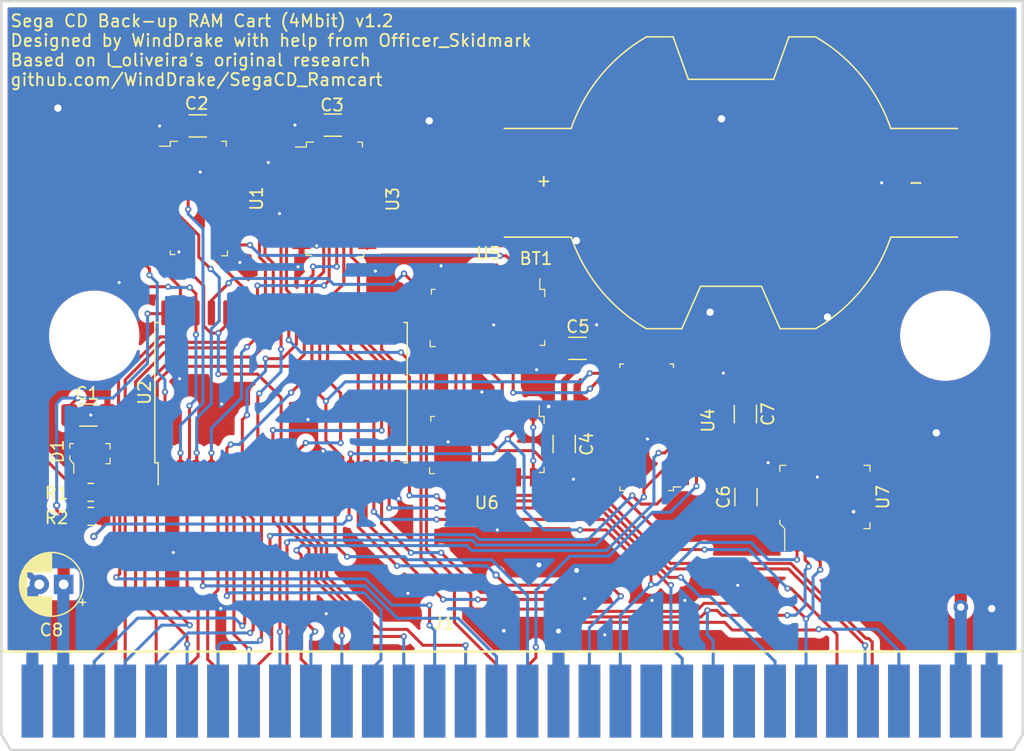
<source format=kicad_pcb>
(kicad_pcb
	(version 20240108)
	(generator "pcbnew")
	(generator_version "8.0")
	(general
		(thickness 1.6)
		(legacy_teardrops no)
	)
	(paper "A4")
	(layers
		(0 "F.Cu" signal)
		(31 "B.Cu" signal)
		(32 "B.Adhes" user "B.Adhesive")
		(33 "F.Adhes" user "F.Adhesive")
		(34 "B.Paste" user)
		(35 "F.Paste" user)
		(36 "B.SilkS" user "B.Silkscreen")
		(37 "F.SilkS" user "F.Silkscreen")
		(38 "B.Mask" user)
		(39 "F.Mask" user)
		(40 "Dwgs.User" user "User.Drawings")
		(41 "Cmts.User" user "User.Comments")
		(42 "Eco1.User" user "User.Eco1")
		(43 "Eco2.User" user "User.Eco2")
		(44 "Edge.Cuts" user)
		(45 "Margin" user)
		(46 "B.CrtYd" user "B.Courtyard")
		(47 "F.CrtYd" user "F.Courtyard")
		(48 "B.Fab" user)
		(49 "F.Fab" user)
	)
	(setup
		(pad_to_mask_clearance 0)
		(allow_soldermask_bridges_in_footprints no)
		(pcbplotparams
			(layerselection 0x00010fc_ffffffff)
			(plot_on_all_layers_selection 0x0000000_00000000)
			(disableapertmacros no)
			(usegerberextensions yes)
			(usegerberattributes no)
			(usegerberadvancedattributes no)
			(creategerberjobfile no)
			(dashed_line_dash_ratio 12.000000)
			(dashed_line_gap_ratio 3.000000)
			(svgprecision 6)
			(plotframeref no)
			(viasonmask no)
			(mode 1)
			(useauxorigin no)
			(hpglpennumber 1)
			(hpglpenspeed 20)
			(hpglpendiameter 15.000000)
			(pdf_front_fp_property_popups yes)
			(pdf_back_fp_property_popups yes)
			(dxfpolygonmode yes)
			(dxfimperialunits yes)
			(dxfusepcbnewfont yes)
			(psnegative no)
			(psa4output no)
			(plotreference yes)
			(plotvalue no)
			(plotfptext yes)
			(plotinvisibletext no)
			(sketchpadsonfab no)
			(subtractmaskfromsilk yes)
			(outputformat 1)
			(mirror no)
			(drillshape 0)
			(scaleselection 1)
			(outputdirectory "Gerbers/")
		)
	)
	(net 0 "")
	(net 1 "Net-(BT1-PadP)")
	(net 2 "GND")
	(net 3 "VBUS")
	(net 4 "+5V")
	(net 5 "/CAS_0")
	(net 6 "unconnected-(J1-PadB32)")
	(net 7 "unconnected-(J1-PadB31)")
	(net 8 "unconnected-(J1-PadB30)")
	(net 9 "/LWR")
	(net 10 "/VRES")
	(net 11 "unconnected-(J1-PadB29)")
	(net 12 "unconnected-(J1-PadB26)")
	(net 13 "/D3")
	(net 14 "unconnected-(J1-PadB25)")
	(net 15 "unconnected-(J1-PadB24)")
	(net 16 "unconnected-(J1-PadB23)")
	(net 17 "unconnected-(J1-PadB22)")
	(net 18 "unconnected-(J1-PadB21)")
	(net 19 "unconnected-(J1-PadB20)")
	(net 20 "/CEO")
	(net 21 "unconnected-(J1-PadB19)")
	(net 22 "unconnected-(J1-PadB18)")
	(net 23 "unconnected-(J1-PadB15)")
	(net 24 "unconnected-(J1-PadB14)")
	(net 25 "unconnected-(J1-PadB13)")
	(net 26 "/A22")
	(net 27 "/A21")
	(net 28 "/A20")
	(net 29 "/A19")
	(net 30 "/A18")
	(net 31 "/A10")
	(net 32 "/A9")
	(net 33 "unconnected-(J1-PadB12)")
	(net 34 "unconnected-(J1-PadB11)")
	(net 35 "unconnected-(J1-PadB3)")
	(net 36 "unconnected-(J1-PadB2)")
	(net 37 "/D4")
	(net 38 "unconnected-(J1-PadB1)")
	(net 39 "/D2")
	(net 40 "/D5")
	(net 41 "unconnected-(J1-PadA30)")
	(net 42 "/D1")
	(net 43 "/D6")
	(net 44 "unconnected-(J1-PadA27)")
	(net 45 "/D0")
	(net 46 "/D7")
	(net 47 "/A1")
	(net 48 "/A17")
	(net 49 "/A2")
	(net 50 "/A16")
	(net 51 "/A3")
	(net 52 "/A15")
	(net 53 "/A4")
	(net 54 "/A14")
	(net 55 "/A5")
	(net 56 "/A13")
	(net 57 "/A6")
	(net 58 "/A12")
	(net 59 "/A7")
	(net 60 "/A11")
	(net 61 "/A8")
	(net 62 "unconnected-(J1-PadA24)")
	(net 63 "Net-(U1-Pad8)")
	(net 64 "/SRAM_WE")
	(net 65 "/SRCE")
	(net 66 "Net-(U3-Pad8)")
	(net 67 "unconnected-(J1-PadA21)")
	(net 68 "unconnected-(U4-Pad15)")
	(net 69 "unconnected-(U4-Pad14)")
	(net 70 "/TREN")
	(net 71 "unconnected-(U4-Pad13)")
	(net 72 "Net-(U4-Pad7)")
	(net 73 "Net-(U5-Pad9)")
	(net 74 "/SRWE")
	(net 75 "Net-(U5-Pad3)")
	(net 76 "unconnected-(U4-Pad12)")
	(net 77 "unconnected-(U4-Pad10)")
	(net 78 "unconnected-(U5-Pad11)")
	(net 79 "unconnected-(U6-Pad9)")
	(net 80 "Net-(D1-Pad1)")
	(net 81 "unconnected-(U6-Pad8)")
	(net 82 "unconnected-(U6-Pad5)")
	(footprint "Sega CD RAM Cart:Genesis_Card_Edge" (layer "F.Cu") (at 84.4931 164.7317))
	(footprint "Capacitor_SMD:C_1206_3216Metric_Pad1.33x1.80mm_HandSolder" (layer "F.Cu") (at 110.0455 114.427 180))
	(footprint "Capacitor_SMD:C_1206_3216Metric_Pad1.33x1.80mm_HandSolder" (layer "F.Cu") (at 129.032 140.614 -90))
	(footprint "Capacitor_SMD:C_1206_3216Metric_Pad1.33x1.80mm_HandSolder" (layer "F.Cu") (at 130.13222 132.76072))
	(footprint "Capacitor_THT:CP_Radial_D5.0mm_P2.00mm" (layer "F.Cu") (at 87.9475 152.146 180))
	(footprint "Resistor_SMD:R_0805_2012Metric_Pad1.20x1.40mm_HandSolder" (layer "F.Cu") (at 90.17 144.5895 180))
	(footprint "digikey-footprints:SSOP-20_W5.3mm" (layer "F.Cu") (at 150.4315 144.9705))
	(footprint "Capacitor_SMD:C_1206_3216Metric_Pad1.33x1.80mm_HandSolder" (layer "F.Cu") (at 143.9545 144.9705 90))
	(footprint "digikey-footprints:SOIC-14_W3.9mm" (layer "F.Cu") (at 122.7369 130.2169 180))
	(footprint "digikey-footprints:SOIC-14_W3.9mm" (layer "F.Cu") (at 122.682 140.6525 180))
	(footprint "digikey-footprints:SOT-23-3" (layer "F.Cu") (at 90.1065 141.4145 90))
	(footprint "digikey-footprints:SOIC-16_W3.90mm" (layer "F.Cu") (at 135.8011 139.2428 90))
	(footprint "Package_SO:SSOP-32_11.305x20.495mm_P1.27mm" (layer "F.Cu") (at 105.791 136.398 90))
	(footprint "Capacitor_SMD:C_1206_3216Metric_Pad1.33x1.80mm_HandSolder" (layer "F.Cu") (at 89.9795 138.2395 180))
	(footprint "digikey-footprints:SOIC-14_W3.9mm" (layer "F.Cu") (at 98.9965 120.4595 -90))
	(footprint "digikey-footprints:SOIC-14_W3.9mm" (layer "F.Cu") (at 110.1725 120.523 -90))
	(footprint "Capacitor_SMD:C_1206_3216Metric_Pad1.33x1.80mm_HandSolder" (layer "F.Cu") (at 98.958 114.4905 180))
	(footprint "Sega CD RAM Cart:MountingHole_6.2mm" (layer "F.Cu") (at 90.4611 131.7197))
	(footprint "Sega CD RAM Cart:MountingHole_6.2mm" (layer "F.Cu") (at 160.3111 131.7197))
	(footprint "Capacitor_SMD:C_1206_3216Metric_Pad1.33x1.80mm_HandSolder" (layer "F.Cu") (at 143.9037 138.1637 -90))
	(footprint "BU2450SM:BAT_BU2450SM-JJ-G" (layer "F.Cu") (at 142.7226 119.1641 180))
	(footprint "Resistor_SMD:R_0805_2012Metric_Pad1.20x1.40mm_HandSolder" (layer "F.Cu") (at 90.17 146.558))
	(gr_line
		(start 82.8248 157.6604)
		(end 166.6748 157.6604)
		(stroke
			(width 0.2)
			(type solid)
		)
		(layer "F.SilkS")
		(uuid "e48d619a-e38f-4825-9d22-87e3b38d9c99")
	)
	(gr_circle
		(center 160.3111 131.7197)
		(end 163.4226 131.7197)
		(stroke
			(width 0.2)
			(type solid)
		)
		(fill none)
		(layer "Dwgs.User")
		(uuid "00000000-0000-0000-0000-0000611ecb3c")
	)
	(gr_circle
		(center 90.4611 131.7197)
		(end 93.572599 131.7197)
		(stroke
			(width 0.2)
			(type solid)
		)
		(fill none)
		(layer "Dwgs.User")
		(uuid "31fb150b-1634-44a3-bbf0-4f27407886b5")
	)
	(gr_line
		(start 166.6611 104.25)
		(end 82.8411 104.25)
		(stroke
			(width 0.2)
			(type solid)
		)
		(layer "Edge.Cuts")
		(uuid "00000000-0000-0000-0000-0000611e8176")
	)
	(gr_line
		(start 82.8411 104.25)
		(end 82.8411 164.4857)
		(stroke
			(width 0.2)
			(type solid)
		)
		(layer "Edge.Cuts")
		(uuid "07ea9fe0-fccf-4161-ae79-4bb53994d273")
	)
	(gr_line
		(start 83.6031 165.7557)
		(end 165.8991 165.7557)
		(stroke
			(width 0.2)
			(type solid)
		)
		(layer "Edge.Cuts")
		(uuid "15849db9-220e-4afd-b7a0-07e5cbc925e5")
	)
	(gr_line
		(start 82.8411 164.4857)
		(end 83.6031 165.7557)
		(stroke
			(width 0.2)
			(type solid)
		)
		(layer "Edge.Cuts")
		(uuid "34f494d3-f727-4e92-b04b-bb02d398ea06")
	)
	(gr_line
		(start 166.6611 164.4857)
		(end 166.6611 104.25)
		(stroke
			(width 0.2)
			(type solid)
		)
		(layer "Edge.Cuts")
		(uuid "c0cb9ac4-a13f-4ce2-8aea-f334c934d5b3")
	)
	(gr_line
		(start 165.8991 165.7557)
		(end 166.6611 164.4857)
		(stroke
			(width 0.2)
			(type solid)
		)
		(layer "Edge.Cuts")
		(uuid "e2438ac6-18fb-4b36-bec6-4ea332ad0f99")
	)
	(gr_text "Sega CD Back-up RAM Cart (4Mbit) v1.2\nDesigned by WindDrake with help from Officer_Skidmark\nBased on l_oliveira's original research\ngithub.com/WindDrake/SegaCD_Ramcart"
		(at 83.4898 108.2802 0)
		(layer "F.SilkS")
		(uuid "e37b0ec1-e6e0-41cc-abe1-ad47cc32e2d2")
		(effects
			(font
				(size 1 1)
				(thickness 0.15)
			)
			(justify left)
		)
	)
	(segment
		(start 154.289 131.2705)
		(end 154.305 131.2545)
		(width 0.25)
		(layer "F.Cu")
		(net 0)
		(uuid "e59d4447-9c6c-4094-a5a3-603fca57ff44")
	)
	(segment
		(start 86.106 128.2065)
		(end 87.249 127.0635)
		(width 0.25)
		(layer "F.Cu")
		(net 1)
		(uuid "2733a655-db42-498b-a705-184e4fe256a3")
	)
	(segment
		(start 108.482501 116.112999)
		(end 109.682503 117.313001)
		(width 0.25)
		(layer "F.Cu")
		(net 1)
		(uuid "29ec1054-96e5-4371-8fe7-f31c027b27f9")
	)
	(segment
		(start 89.17 144.5895)
		(end 86.106 141.5255)
		(width 0.25)
		(layer "F.Cu")
		(net 1)
		(uuid "393f0e56-c2d5-4ea4-8463-50265bc94d2d")
	)
	(segment
		(start 92.837 118.1735)
		(end 94.961001 116.049499)
		(width 0.25)
		(layer "F.Cu")
		(net 1)
		(uuid "3b6b0ef8-cb49-4806-a385-9d93130ffdc0")
	)
	(segment
		(start 98.506503 117.249501)
		(end 102.906499 117.249501)
		(width 0.25)
		(layer "F.Cu")
		(net 1)
		(uuid "5006a2d1-be56-41dc-888f-67fb86bea03b")
	)
	(segment
		(start 123.6726 119.1641)
		(end 119.7356 119.1641)
		(width 0.25)
		(layer "F.Cu")
		(net 1)
		(uuid "5e066231-f8d2-43bf-bff3-80c6fb0c9c86")
	)
	(segment
		(start 109.682503 117.313001)
		(end 117.884501 117.313001)
		(width 0.25)
		(layer "F.Cu")
		(net 1)
		(uuid "61dc775a-14c7-4cce-be48-c5d6e8045697")
	)
	(segment
		(start 86.106 141.5255)
		(end 86.106 128.2065)
		(width 0.25)
		(layer "F.Cu")
		(net 1)
		(uuid "6f9f8538-0b96-4eb3-a978-1c7439c0e8bf")
	)
	(segment
		(start 97.306501 116.049499)
		(end 98.506503 117.249501)
		(width 0.25)
		(layer "F.Cu")
		(net 1)
		(uuid "838ac53b-3ec1-4b97-9af6-c64a64ade18e")
	)
	(segment
		(start 94.961001 116.049499)
		(end 97.306501 116.049499)
		(width 0.25)
		(layer "F.Cu")
		(net 1)
		(uuid "b7d17bac-1e38-46d5-a98a-e0926b878e04")
	)
	(segment
		(start 90.7415 127.0635)
		(end 92.837 124.968)
		(width 0.25)
		(layer "F.Cu")
		(net 1)
		(uuid "b908b981-26a7-43ab-bb19-96137e6f2a5a")
	)
	(segment
		(start 119.7356 119.1641)
		(end 117.884501 117.313001)
		(width 0.25)
		(layer "F.Cu")
		(net 1)
		(uuid "bc234a96-8e81-44f9-b2e6-4514c92af46f")
	)
	(segment
		(start 104.043001 116.112999)
		(end 108.482501 116.112999)
		(width 0.25)
		(layer "F.Cu")
		(net 1)
		(uuid "caaf1f33-3031-4927-a17d-4cf530ad7fd5")
	)
	(segment
		(start 87.249 127.0635)
		(end 90.7415 127.0635)
		(width 0.25)
		(layer "F.Cu")
		(net 1)
		(uuid "cb65e3b7-af7c-4e91-bec7-ee202fea2815")
	)
	(segment
		(start 92.837 124.968)
		(end 92.837 118.1735)
		(width 0.25)
		(layer "F.Cu")
		(net 1)
		(uuid "d05ca12a-32d4-4c55-95ec-69bfada58ba7")
	)
	(segment
		(start 102.906499 117.249501)
		(end 104.043001 116.112999)
		(width 0.25)
		(layer "F.Cu")
		(net 1)
		(uuid "d2551b77-8cbc-4e7a-af3b-fc16fb61dc91")
	)
	(segment
		(start 90.17 138.2395)
		(end 90.17 138.2395)
		(width 0.25)
		(layer "F.Cu")
		(net 2)
		(uuid "00000000-0000-0000-0000-0000611f9f49")
	)
	(segment
		(start 149.8092 143.3322)
		(end 150.3934 143.3322)
		(width 0.25)
		(layer "F.Cu")
		(net 2)
		(uuid "00000000-0000-0000-0000-0000611fb30f")
	)
	(segment
		(start 142.1003 134.7978)
		(end 138.5011 134.7978)
		(width 0.25)
		(layer "F.Cu")
		(net 2)
		(uuid "00000000-0000-0000-0000-0000611fb8f2")
	)
	(segment
		(start 155.0924 119.1641)
		(end 155.0924 119.1641)
		(width 0.25)
		(layer "F.Cu")
		(net 2)
		(uuid "00000000-0000-0000-0000-0000611fbf63")
	)
	(segment
		(start 118.9269 125.9926)
		(end 118.9269 125.9926)
		(width 0.25)
		(layer "F.Cu")
		(net 2)
		(uuid "00000000-0000-0000-0000-0000611fe05f")
	)
	(segment
		(start 129.794 143.51)
		(end 129.794 143.51)
		(width 0.25)
		(layer "F.Cu")
		(net 2)
		(uuid "00000000-0000-0000-0000-0000611fe0a2")
	)
	(segment
		(start 131.69472 130.83112)
		(end 131.69472 130.83112)
		(width 0.25)
		(layer "F.Cu")
		(net 2)
		(uuid "00000000-0000-0000-0000-0000611ff9c4")
	)
	(segment
		(start 119.50155 140.44205)
		(end 118.872 139.8125)
		(width 0.25)
		(layer "F.Cu")
		(net 2)
		(uuid "00000000-0000-0000-0000-000061205616")
	)
	(segment
		(start 151.4065 141.3705)
		(end 152.0565 141.3705)
		(width 0.25)
		(layer "F.Cu")
		(net 2)
		(uuid "03de85dc-b128-49ac-8b1c-15f0b91dca0a")
	)
	(segment
		(start 147.5065 148.5705)
		(end 145.992 148.5705)
		(width 0.25)
		(layer "F.Cu")
		(net 2)
		(uuid "05a3fd88-c58e-4323-96ff-70847ec682b8")
	)
	(segment
		(start 142.1003 134.7978)
		(end 142.1003 134.7978)
		(width 0.25)
		(layer "F.Cu")
		(net 2)
		(uuid "0a2b5435-df6f-448f-96cd-9db62b5b9e70")
	)
	(segment
		(start 153.3565 146.7525)
		(end 152.781 146.177)
		(width 0.25)
		(layer "F.Cu")
		(net 2)
		(uuid "134ebdd2-d265-4b1a-8213-3e042a51f566")
	)
	(segment
		(start 124.0069 131.6015)
		(end 123.2408 130.8354)
		(width 0.25)
		(layer "F.Cu")
		(net 2)
		(uuid "15b3207d-6547-4224-a45d-823705a30761")
	)
	(segment
		(start 118.9269 127.5169)
		(end 118.9269 125.9926)
		(width 0.25)
		(layer "F.Cu")
		(net 2)
		(uuid "199f157d-6f84-41da-be4c-6e21ffdc4f00")
	)
	(segment
		(start 150.7109 143.0147)
		(end 150.7109 141.4161)
		(width 0.25)
		(layer "F.Cu")
		(net 2)
		(uuid "2621aeaa-9788-4950-9c8a-57743e174960")
	)
	(segment
		(start 148.8065 142.9137)
		(end 149.225 143.3322)
		(width 0.25)
		(layer "F.Cu")
		(net 2)
		(uuid "26c50088-80ff-43fa-a13b-801600e7555b")
	)
	(segment
		(start 152.781 146.177)
		(end 148.775 146.177)
		(width 0.25)
		(layer "F.Cu")
		(net 2)
		(uuid "32f61989-73fd-4834-bc42-216f4a71d9ad")
	)
	(segment
		(start 129.032 142.748)
		(end 129.794 143.51)
		(width 0.25)
		(layer "F.Cu")
		(net 2)
		(uuid "33112a1f-3ef4-4453-945b-eafb5950befb")
	)
	(segment
		(start 150.7565 148.5705)
		(end 151.4065 148.5705)
		(width 0.25)
		(layer "F.Cu")
		(net 2)
		(uuid "35318ab5-9d7c-4bdd-a72a-c62185738587")
	)
	(segment
		(start 150.1065 148.5705)
		(end 150.7565 148.5705)
		(width 0.25)
		(layer "F.Cu")
		(net 2)
		(uuid "39d4d534-3997-4fb4-b0b6-d0e644ff29b2")
	)
	(segment
		(start 147.5065 147.4455)
		(end 147.5065 148.5705)
		(width 0.25)
		(layer "F.Cu")
		(net 2)
		(uuid "46988679-cc79-4024-bbc1-b1f167609765")
	)
	(segment
		(start 153.3565 148.5705)
		(end 153.3565 146.7525)
		(width 0.25)
		(layer "F.Cu")
		(net 2)
		(uuid "48c77641-1046-44b0-bae8-52da953ea633")
	)
	(segment
		(start 118.872 139.8125)
		(end 118.872 137.9525)
		(width 0.25)
		(layer "F.Cu")
		(net 2)
		(uuid "51153875-01b9-46f2-8b14-6306c8586588")
	)
	(segment
		(start 143.9037 136.6012)
		(end 142.1003 134.7978)
		(width 0.25)
		(layer "F.Cu")
		(net 2)
		(uuid "55b6b040-a746-4424-a5b4-1f45a1d15120")
	)
	(segment
		(start 107.4725 124.333)
		(end 108.712 124.333)
		(width 0.25)
		(layer "F.Cu")
		(net 2)
		(uuid "57f6b820-62fa-4d98-887a-d2a380a76964")
	)
	(segment
		(start 131.69472 132.76072)
		(end 131.69472 130.83112)
		(width 0.25)
		(layer "F.Cu")
		(net 2)
		(uuid "5821604d-5ceb-420a-b7e4-ba8f3233a4b7")
	)
	(segment
		(start 152.0565 141.3705)
		(end 152.7065 141.3705)
		(width 0.25)
		(layer "F.Cu")
		(net 2)
		(uuid "5af0907a-cc5c-4a2d-827a-e091ca759470")
	)
	(segment
		(start 121.412 142.3525)
		(end 119.50155 140.44205)
		(width 0.25)
		(layer "F.Cu")
		(net 2)
		(uuid "622fea85-fc3a-49dd-a4af-3bfd36c6693d")
	)
	(segment
		(start 150.7565 141.3705)
		(end 151.4065 141.3705)
		(width 0.25)
		(layer "F.Cu")
		(net 2)
		(uuid "62a86672-b56e-46bd-bc25-5c0442dd543c")
	)
	(segment
		(start 115.316 142.948)
		(end 115.316 144.9705)
		(width 0.25)
		(layer "F.Cu")
		(net 2)
		(uuid "6640c556-30bc-4fc7-a797-35ec65cf0f77")
	)
	(segment
		(start 91.542 138.2395)
		(end 90.17 138.2395)
		(width 0.25)
		(layer "F.Cu")
		(net 2)
		(uuid "783d99f0-9b1b-482f-8119-337c4a520061")
	)
	(segment
		(start 96.2965 124.2695)
		(end 96.8375 124.2695)
		(width 0.25)
		(layer "F.Cu")
		(net 2)
		(uuid "7f180349-2cf1-4faf-8ede-f82101d0fa01")
	)
	(segment
		(start 152.0565 148.5705)
		(end 152.7065 148.5705)
		(width 0.25)
		(layer "F.Cu")
		(net 2)
		(uuid "8db28752-04fe-4bac-819e-f19842492596")
	)
	(segment
		(start 149.225 143.3322)
		(end 149.8092 143.3322)
		(width 0.25)
		(layer "F.Cu")
		(net 2)
		(uuid "979784e6-6813-4ec3-b827-3fde402e007b")
	)
	(segment
		(start 97.3955 114.4905)
		(end 95.8215 114.4905)
		(width 0.25)
		(layer "F.Cu")
		(net 2)
		(uuid "9bbfc9f6-2a80-4dea-9ff5-2759035e5aa6")
	)
	(segment
		(start 115.316 144.9705)
		(end 115.443 145.0975)
		(width 0.25)
		(layer "F.Cu")
		(net 2)
		(uuid "a18da1d6-412f-494b-867d-28a1d0ab5318")
	)
	(segment
		(start 161.7726 119.1641)
		(end 155.0924 119.1641)
		(width 0.25)
		(layer "F.Cu")
		(net 2)
		(uuid "a3300d9e-5df3-4330-94ad-c751f1cdcdcb")
	)
	(segment
		(start 96.8375 124.2695)
		(end 97.409 124.841)
		(width 0.25)
		(layer "F.Cu")
		(net 2)
		(uuid "abaf0800-b23b-4bb1-9bdf-6551a3604128")
	)
	(segment
		(start 118.872 138.292502)
		(end 118.872 137.9525)
		(width 0.25)
		(layer "F.Cu")
		(net 2)
		(uuid "af4061e0-2fb3-421c-9efe-82e8563650d9")
	)
	(segment
		(start 148.8065 141.3705)
		(end 148.8065 142.9137)
		(width 0.25)
		(layer "F.Cu")
		(net 2)
		(uuid "b4d5ac25-a764-4661-8e59-75c6a5d8b7e8")
	)
	(segment
		(start 152.7065 148.5705)
		(end 153.3565 148.5705)
		(width 0.25)
		(layer "F.Cu")
		(net 2)
		(uuid "ccf8ec35-bf77-4453-a4d1-8a3097a3a3a3")
	)
	(segment
		(start 129.032 142.1765)
		(end 129.032 142.748)
		(width 0.25)
		(layer "F.Cu")
		(net 2)
		(uuid "d8e5be0d-d98f-406a-bb3b-e2b68228703b")
	)
	(segment
		(start 150.7109 141.4161)
		(end 150.7565 141.3705)
		(width 0.25)
		(layer "F.Cu")
		(net 2)
		(uuid "dad8a6e3-ca6f-4733-9963-045950c983e5")
	)
	(segment
		(start 121.412 143.3525)
		(end 121.412 142.3525)
		(width 0.25)
		(layer "F.Cu")
		(net 2)
		(uuid "e65c2eb9-e95a-44ea-ab2b-9e65a76fb5f9")
	)
	(segment
		(start 148.775 146.177)
		(end 147.5065 147.4455)
		(width 0.25)
		(layer "F.Cu")
		(net 2)
		(uuid "e8276875-e9c3-4942-8dc8-97d96e3f05f5")
	)
	(segment
		(start 124.0069 132.9169)
		(end 124.0069 131.6015)
		(width 0.25)
		(layer "F.Cu")
		(net 2)
		(uuid "e8be39d5-6d33-44d1-b22d-658056cfaa92")
	)
	(segment
		(start 145.992 148.5705)
		(end 143.9545 146.533)
		(width 0.25)
		(layer "F.Cu")
		(net 2)
		(uuid "ea399d10-1f30-4eb9-af71-91adeba50151")
	)
	(segment
		(start 150.3934 143.3322)
		(end 150.7109 143.0147)
		(width 0.25)
		(layer "F.Cu")
		(net 2)
		(uuid "edaa690e-7366-4177-92ba-daa3f297ce1e")
	)
	(segment
		(start 151.4065 148.5705)
		(end 152.0565 148.5705)
		(width 0.25)
		(layer "F.Cu")
		(net 2)
		(uuid "ef36da6c-b409-4756-be92-54a96426032e")
	)
	(segment
		(start 152.7065 141.3705)
		(end 153.3565 141.3705)
		(width 0.25)
		(layer "F.Cu")
		(net 2)
		(uuid "fed927fe-eafb-4471-ac5d-756725ea174d")
	)
	(via
		(at 149.8092 143.3322)
		(size 0.51)
		(drill 0.254)
		(layers "F.Cu" "B.Cu")
		(net 2)
		(uuid "00614f02-5f74-445d-b8a3-482b8dcb3aea")
	)
	(via
		(at 99.1616 118.2878)
		(size 0.51)
		(drill 0.254)
		(layers "F.Cu" "B.Cu")
		(net 2)
		(uuid "20a43104-38cb-4a67-8590-5917234169dc")
	)
	(via
		(at 164.1221 154.1399)
		(size 1.2)
		(drill 0.6)
		(layers "F.Cu" "B.Cu")
		(net 2)
		(uuid "25f3023a-0b40-4b57-b672-1aea8836d4eb")
	)
	(via
		(at 126.7714 134.5184)
		(size 0.51)
		(drill 0.254)
		(layers "F.Cu" "B.Cu")
		(net 2)
		(uuid "279cd597-6735-4af4-af86-33cfd2693447")
	)
	(via
		(at 123.2408 130.8354)
		(size 0.51)
		(drill 0.254)
		(layers "F.Cu" "B.Cu")
		(net 2)
		(uuid "29af8fa6-318a-4068-993d-88e7a24f7791")
	)
	(via
		(at 113.538 126.4158)
		(size 0.51)
		(drill 0.254)
		(layers "F.Cu" "B.Cu")
		(net 2)
		(uuid "2bf286a9-8d8a-4f20-af25-6a1b3ef01eaf")
	)
	(via
		(at 122.2756 136.3472)
		(size 0.51)
		(drill 0.254)
		(layers "F.Cu" "B.Cu")
		(net 2)
		(uuid "2e955124-6939-410c-81be-086896fd0cd7")
	)
	(via
		(at 107.188 126.0602)
		(size 0.51)
		(drill 0.254)
		(layers "F.Cu" "B.Cu")
		(net 2)
		(uuid "314fcc6b-e3a4-4081-8c91-6170b707f3b4")
	)
	(via
		(at 135.8646 140.208)
		(size 0.51)
		(drill 0.254)
		(layers "F.Cu" "B.Cu")
		(net 2)
		(uuid "3334571c-c306-4b79-9192-949abe8085c3")
	)
	(via
		(at 127.762 137.541)
		(size 0.6)
		(drill 0.3)
		(layers "F.Cu" "B.Cu")
		(free yes)
		(net 2)
		(uuid "33fa5e7b-b84e-4240-8ac5-df957c50028b")
	)
	(via
		(at 130.7084 153.3144)
		(size 0.51)
		(drill 0.254)
		(layers "F.Cu" "B.Cu")
		(net 2)
		(uuid "3a9c4d0d-b8e3-4e3b-8868-df708ade9fd9")
	)
	(via
		(at 132.3594 156.2862)
		(size 0.51)
		(drill 0.254)
		(layers "F.Cu" "B.Cu")
		(net 2)
		(uuid "3b8985d9-c9ce-4e5c-9b0f-dabde5c52713")
	)
	(via
		(at 131.69472 130.83112)
		(size 0.51)
		(drill 0.254)
		(layers "F.Cu" "B.Cu")
		(net 2)
		(uuid "45d251bd-4b8c-43e0-a1a3-865b3e4a5a83")
	)
	(via
		(at 123.5456 147.6756)
		(size 0.51)
		(drill 0.254)
		(layers "F.Cu" "B.Cu")
		(net 2)
		(uuid "494350ab-d17d-4de3-8b96-f15451154d6a")
	)
	(via
		(at 87.4776 113.03)
		(size 1.2)
		(drill 0.6)
		(layers "F.Cu" "B.Cu")
		(net 2)
		(uuid "49bc590d-585a-47df-bda3-e46f7daa6990")
	)
	(via
		(at 138.938 153.4668)
		(size 0.51)
		(drill 0.254)
		(layers "F.Cu" "B.Cu")
		(net 2)
		(uuid "4b325ae5-e73e-4571-bbb6-af750e7a58b8")
	)
	(via
		(at 126.95936 150.55088)
		(size 0.8)
		(drill 0.4)
		(layers "F.Cu" "B.Cu")
		(net 2)
		(uuid "4d8a27f3-5994-4c02-859b-09c0a8d34a6d")
	)
	(via
		(at 141.9479 113.9063)
		(size 1.2)
		(drill 0.6)
		(layers "F.Cu" "B.Cu")
		(net 2)
		(uuid "4e3d105c-3308-491c-a0aa-594e6247a479")
	)
	(via
		(at 108.712 124.333)
		(size 0.51)
		(drill 0.254)
		(layers "F.Cu" "B.Cu")
		(net 2)
		(uuid "5879090f-e6ed-48e6-a17d-670ffa2c5461")
	)
	(via
		(at 102.4128 125.7046)
		(size 0.51)
		(drill 0.254)
		(layers "F.Cu" "B.Cu")
		(net 2)
		(uuid "5daca09e-60a3-4181-a1f0-19c5300b582a")
	)
	(via
		(at 155.0924 119.1641)
		(size 0.51)
		(drill 0.254)
		(layers "F.Cu" "B.Cu")
		(net 2)
		(uuid "5e3ca9e8-0260-4e6b-9246-fb1c6934f35f")
	)
	(via
		(at 97.409 124.841)
		(size 0.51)
		(drill 0.254)
		(layers "F.Cu" "B.Cu")
		(net 2)
		(uuid "638492c1-39c4-4e69-a3a1-232b324e5b21")
	)
	(via
		(at 106.934 114.427)
		(size 0.51)
		(drill 0.254)
		(layers "F.Cu" "B.Cu")
		(net 2)
		(uuid "649e27c1-a08d-4446-a16b-cdabdc592f17")
	)
	(via
		(at 128.5621 155.9814)
		(size 0.8)
		(drill 0.4)
		(layers "F.Cu" "B.Cu")
		(net 2)
		(uuid "651c91fd-ec54-4600-b738-56cbf235205c")
	)
	(via
		(at 90.17 138.2395)
		(size 0.51)
		(drill 0.254)
		(layers "F.Cu" "B.Cu")
		(net 2)
		(uuid "660190eb-2890-4958-8da2-d63590e8e03c")
	)
	(via
		(at 105.664 121.6914)
		(size 0.51)
		(drill 0.254)
		(layers "F.Cu" "B.Cu")
		(net 2)
		(uuid "70b4eaa4-61ff-4379-b06d-623ca05164b1")
	)
	(via
		(at 96.9518 149.5298)
		(size 0.51)
		(drill 0.254)
		(layers "F.Cu" "B.Cu")
		(net 2)
		(uuid "76bf3f12-008a-4a13-b216-e7dae9728db6")
	)
	(via
		(at 150.6474 130.1877)
		(size 1.2)
		(drill 0.6)
		(layers "F.Cu" "B.Cu")
		(net 2)
		(uuid "77f01482-1a0d-408c-a0b8-f389b6fedc82")
	)
	(via
		(at 117.9576 114.0714)
		(size 1.2)
		(drill 0.6)
		(layers "F.Cu" "B.Cu")
		(net 2)
		(uuid "78aafe37-8da2-4652-8543-18ebef8d21dc")
	)
	(via
		(at 145.7706 142.1638)
		(size 0.51)
		(drill 0.254)
		(layers "F.Cu" "B.Cu")
		(net 2)
		(uuid "7c2c7978-0926-492c-8e3d-93ac33c3f226")
	)
	(via
		(at 115.443 145.0975)
		(size 0.51)
		(drill 0.254)
		(layers "F.Cu" "B.Cu")
		(net 2)
		(uuid "80cb90dd-8449-449f-bec1-5e371021e295")
	)
	(via
		(at 116.205 152.8826)
		(size 0.51)
		(drill 0.254)
		(layers "F.Cu" "B.Cu")
		(net 2)
		(uuid "80cc6be9-668a-4344-9b65-0659b9071698")
	)
	(via
		(at 100.838 154.1272)
		(size 0.51)
		(drill 0.254)
		(layers "F.Cu" "B.Cu")
		(net 2)
		(uuid "878a2718-59d9-4c03-a97a-b08c3d833cb9")
	)
	(via
		(at 136.2456 153.4668)
		(size 0.51)
		(drill 0.254)
		(layers "F.Cu" "B.Cu")
		(net 2)
		(uuid "8e99653b-c67d-4ba5-a650-293257580275")
	)
	(via
		(at 129.794 143.51)
		(size 0.51)
		(drill 0.254)
		(layers "F.Cu" "B.Cu")
		(net 2)
		(uuid "97c50482-6541-4532-8eba-6810ebff5ba3")
	)
	(via
		(at 95.8215 114.4905)
		(size 0.51)
		(drill 0.254)
		(layers "F.Cu" "B.Cu")
		(net 2)
		(uuid "9bf78976-ad42-44da-b016-b92a04213a48")
	)
	(via
		(at 152.781 146.177)
		(size 0.6)
		(drill 0.3)
		(layers "F.Cu" "B.Cu")
		(net 2)
		(uuid "9e494106-9748-4063-aab8-1d81407059de")
	)
	(via
		(at 124.079 155.956)
		(size 0.6)
		(drill 0.3)
		(layers "F.Cu" "B.Cu")
		(free yes)
		(net 2)
		(uuid "a8751d2a-9852-4249-881e-9301a45db454")
	)
	(via
		(at 108.0008 138.6078)
		(size 0.51)
		(drill 0.254)
		(layers "F.Cu" "B.Cu")
		(net 2)
		(uuid "a96d0fd6-c2d2-48a1-b455-757422534d73")
	)
	(via
		(at 97.4598 135.255)
		(size 0.51)
		(drill 0.254)
		(layers "F.Cu" "B.Cu")
		(net 2)
		(uuid "aaf14fa5-bc5e-4b91-b0fb-212df5ce1861")
	)
	(via
		(at 109.2454 141.1986)
		(size 0.51)
		(drill 0.254)
		(layers "F.Cu" "B.Cu")
		(net 2)
		(uuid "adda719e-cc0a-4a85-b429-67f8b39774f5")
	)
	(via
		(at 119.50155 140.44205)
		(size 0.51)
		(drill 0.254)
		(layers "F.Cu" "B.Cu")
		(net 2)
		(uuid "b39d7b4a-582f-449b-82fa-4a80df318fb1")
	)
	(via
		(at 118.9269 125.9926)
		(size 0.51)
		(drill 0.254)
		(layers "F.Cu" "B.Cu")
		(net 2)
		(uuid "ca6bed28-5471-4a76-b6aa-41bb1fbae087")
	)
	(via
		(at 109.4994 154.559)
		(size 0.51)
		(drill 0.254)
		(layers "F.Cu" "B.Cu")
		(net 2)
		(uuid "d0da5fea-7bb8-466a-808d-a285a956d318")
	)
	(via
		(at 141.0081 129.794)
		(size 1.2)
		(drill 0.6)
		(layers "F.Cu" "B.Cu")
		(net 2)
		(uuid "d8f7259d-0682-4c60-95f0-ad48cc844b79")
	)
	(via
		(at 159.5755 139.7)
		(size 1.2)
		(drill 0.6)
		(layers "F.Cu" "B.Cu")
		(net 2)
		(uuid "db84bba8-3ab8-4ee7-bbef-fc720fdb5fb7")
	)
	(via
		(at 130.0353 123.9139)
		(size 1.2)
		(drill 0.6)
		(layers "F.Cu" "B.Cu")
		(net 2)
		(uuid "e01103b1-667c-4bf0-b447-ad1d0f4d8e00")
	)
	(via
		(at 100.9142 137.3378)
		(size 0.51)
		(drill 0.254)
		(layers "F.Cu" "B.Cu")
		(net 2)
		(uuid "e1e9dd9e-df2b-4b75-b02e-38146938802b")
	)
	(via
		(at 142.1003 134.7978)
		(size 0.51)
		(drill 0.254)
		(layers "F.Cu" "B.Cu")
		(net 2)
		(uuid "e4e5efbf-5f6e-47bb-b454-0f7ee3ed75bc")
	)
	(via
		(at 92.5068 127.3556)
		(size 0.51)
		(drill 0.254)
		(layers "F.Cu" "B.Cu")
		(net 2)
		(uuid "ea84d6c1-7995-47e1-9817-9e2e1b9b4529")
	)
	(via
		(at 143.2814 152.2222)
		(size 0.51)
		(drill 0.254)
		(layers "F.Cu" "B.Cu")
		(net 2)
		(uuid "eec6f1b0-e4aa-49f8-b4a3-e9424cd19e76")
	)
	(via
... [542093 chars truncated]
</source>
